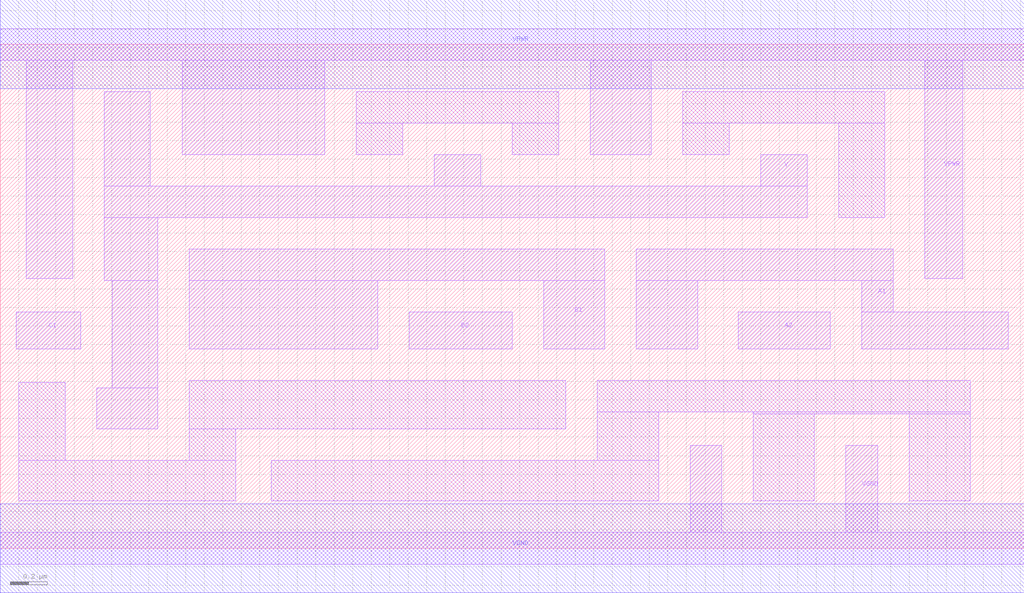
<source format=lef>
# Copyright 2020 The SkyWater PDK Authors
#
# Licensed under the Apache License, Version 2.0 (the "License");
# you may not use this file except in compliance with the License.
# You may obtain a copy of the License at
#
#     https://www.apache.org/licenses/LICENSE-2.0
#
# Unless required by applicable law or agreed to in writing, software
# distributed under the License is distributed on an "AS IS" BASIS,
# WITHOUT WARRANTIES OR CONDITIONS OF ANY KIND, either express or implied.
# See the License for the specific language governing permissions and
# limitations under the License.
#
# SPDX-License-Identifier: Apache-2.0

VERSION 5.5 ;
NAMESCASESENSITIVE ON ;
BUSBITCHARS "[]" ;
DIVIDERCHAR "/" ;
MACRO sky130_fd_sc_hd__o221ai_2
  CLASS CORE ;
  SOURCE USER ;
  ORIGIN  0.000000  0.000000 ;
  SIZE  5.520000 BY  2.720000 ;
  SYMMETRY X Y R90 ;
  SITE unithd ;
  PIN A1
    ANTENNAGATEAREA  0.495000 ;
    DIRECTION INPUT ;
    USE SIGNAL ;
    PORT
      LAYER li1 ;
        RECT 3.430000 1.075000 3.760000 1.445000 ;
        RECT 3.430000 1.445000 4.815000 1.615000 ;
        RECT 4.645000 1.075000 5.435000 1.275000 ;
        RECT 4.645000 1.275000 4.815000 1.445000 ;
    END
  END A1
  PIN A2
    ANTENNAGATEAREA  0.495000 ;
    DIRECTION INPUT ;
    USE SIGNAL ;
    PORT
      LAYER li1 ;
        RECT 3.980000 1.075000 4.475000 1.275000 ;
    END
  END A2
  PIN B1
    ANTENNAGATEAREA  0.495000 ;
    DIRECTION INPUT ;
    USE SIGNAL ;
    PORT
      LAYER li1 ;
        RECT 1.020000 1.075000 2.035000 1.445000 ;
        RECT 1.020000 1.445000 3.260000 1.615000 ;
        RECT 2.930000 1.075000 3.260000 1.445000 ;
    END
  END B1
  PIN B2
    ANTENNAGATEAREA  0.495000 ;
    DIRECTION INPUT ;
    USE SIGNAL ;
    PORT
      LAYER li1 ;
        RECT 2.205000 1.075000 2.760000 1.275000 ;
    END
  END B2
  PIN C1
    ANTENNAGATEAREA  0.495000 ;
    DIRECTION INPUT ;
    USE SIGNAL ;
    PORT
      LAYER li1 ;
        RECT 0.085000 1.075000 0.435000 1.275000 ;
    END
  END C1
  PIN Y
    ANTENNADIFFAREA  0.985500 ;
    DIRECTION OUTPUT ;
    USE SIGNAL ;
    PORT
      LAYER li1 ;
        RECT 0.520000 0.645000 0.850000 0.865000 ;
        RECT 0.560000 1.445000 0.850000 1.785000 ;
        RECT 0.560000 1.785000 4.350000 1.955000 ;
        RECT 0.560000 1.955000 0.810000 2.465000 ;
        RECT 0.605000 0.865000 0.850000 1.445000 ;
        RECT 2.340000 1.955000 2.590000 2.125000 ;
        RECT 4.100000 1.955000 4.350000 2.125000 ;
    END
  END Y
  PIN VGND
    DIRECTION INOUT ;
    SHAPE ABUTMENT ;
    USE GROUND ;
    PORT
      LAYER li1 ;
        RECT 0.000000 -0.085000 5.520000 0.085000 ;
        RECT 3.720000  0.085000 3.890000 0.555000 ;
        RECT 4.560000  0.085000 4.730000 0.555000 ;
    END
    PORT
      LAYER met1 ;
        RECT 0.000000 -0.240000 5.520000 0.240000 ;
    END
  END VGND
  PIN VPWR
    DIRECTION INOUT ;
    SHAPE ABUTMENT ;
    USE POWER ;
    PORT
      LAYER li1 ;
        RECT 0.000000 2.635000 5.520000 2.805000 ;
        RECT 0.140000 1.455000 0.390000 2.635000 ;
        RECT 0.980000 2.125000 1.750000 2.635000 ;
        RECT 3.180000 2.125000 3.510000 2.635000 ;
        RECT 4.985000 1.455000 5.190000 2.635000 ;
    END
    PORT
      LAYER met1 ;
        RECT 0.000000 2.480000 5.520000 2.960000 ;
    END
  END VPWR
  OBS
    LAYER li1 ;
      RECT 0.100000 0.255000 1.270000 0.475000 ;
      RECT 0.100000 0.475000 0.350000 0.895000 ;
      RECT 1.020000 0.475000 1.270000 0.645000 ;
      RECT 1.020000 0.645000 3.050000 0.905000 ;
      RECT 1.460000 0.255000 3.550000 0.475000 ;
      RECT 1.920000 2.125000 2.170000 2.295000 ;
      RECT 1.920000 2.295000 3.010000 2.465000 ;
      RECT 2.760000 2.125000 3.010000 2.295000 ;
      RECT 3.220000 0.475000 3.550000 0.735000 ;
      RECT 3.220000 0.735000 5.230000 0.905000 ;
      RECT 3.680000 2.125000 3.930000 2.295000 ;
      RECT 3.680000 2.295000 4.770000 2.465000 ;
      RECT 4.060000 0.255000 4.390000 0.725000 ;
      RECT 4.060000 0.725000 5.230000 0.735000 ;
      RECT 4.520000 1.785000 4.770000 2.295000 ;
      RECT 4.900000 0.255000 5.230000 0.725000 ;
  END
END sky130_fd_sc_hd__o221ai_2

</source>
